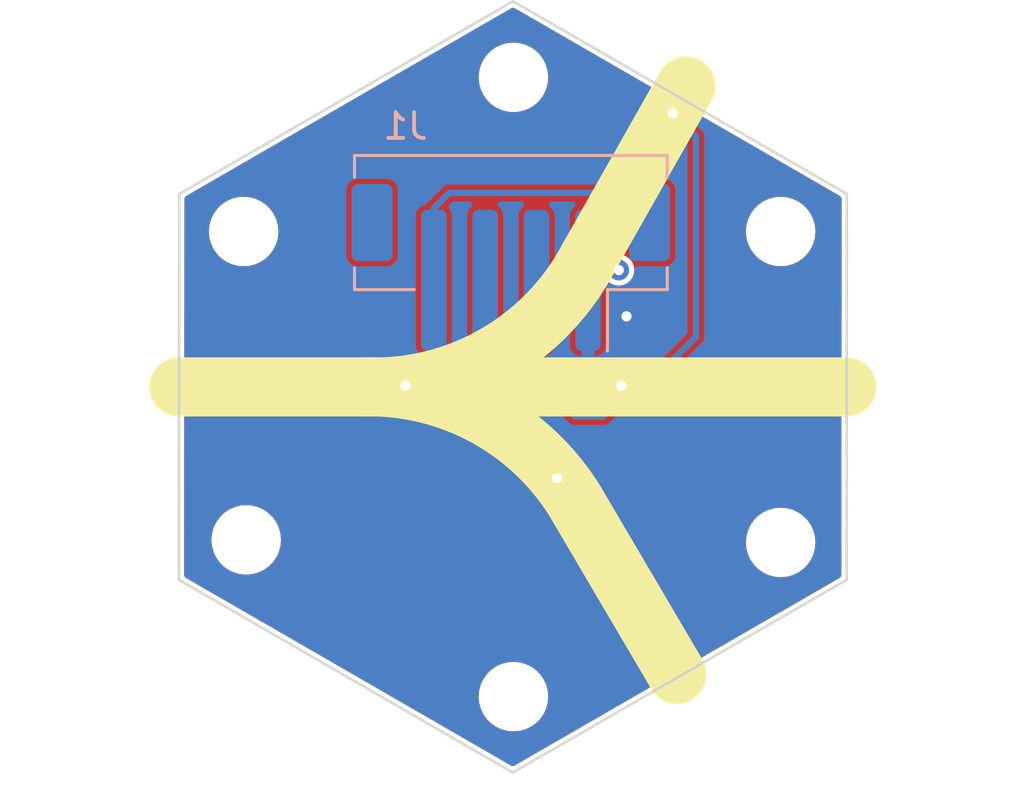
<source format=kicad_pcb>
(kicad_pcb (version 20211014) (generator pcbnew)
  (layers (0 "F.Cu" signal) (31 "B.Cu" signal) (34 "B.Paste" user) (35 "F.Paste" user) (36 "B.SilkS" user "B.Silkscreen") (37 "F.SilkS" user "F.Silkscreen") (38 "B.Mask" user) (39 "F.Mask" user) (44 "Edge.Cuts" user))
  (net 0 "")
  (net 1 "IO2")
  (net 2 "Net-(D1-Pad2)")
  (net 3 "GND")
  (net 4 "Net-(D2-Pad2)")
  (net 5 "Net-(D3-Pad2)")
  (net 6 "Net-(D4-Pad2)")
  (net 7 "IO1")
  (net 8 "+5V")
  (footprint "MountingHole:MountingHole_2.2mm_M2" (layer "F.Cu") (at 143.2 98)
    (fp_text reference "REF**" hide)
    (fp_text value "MountingHole_2.2mm_M2")
    (pad "" np_thru_hole circle (at 0 0) (size 2.2 2.2) (drill 2.2) (layers *.Cu *.Mask))
  )
  (footprint "MountingHole:MountingHole_2.2mm_M2" (layer "F.Cu") (at 132.7 79.9)
    (fp_text reference "REF**" hide)
    (fp_text value "MountingHole_2.2mm_M2")
    (pad "" np_thru_hole circle (at 0 0) (size 2.2 2.2) (drill 2.2) (layers *.Cu *.Mask))
  )
  (footprint "Resistor_SMD:R_0603_1608Metric_Pad0.98x0.95mm_HandSolder" (layer "F.Cu") (at 149.4125 85.9)
    (fp_text reference "R3" hide)
    (fp_text value "6k2")
    (fp_line (start -0.254724 -0.5225) (end 0.254724 -0.5225) (layer "F.SilkS") (width 0.12))
    (fp_line (start -0.254724 0.5225) (end 0.254724 0.5225) (layer "F.SilkS") (width 0.12))
    (pad "1" smd roundrect (at -0.9125 0) (size 0.975 0.95) (layers "F.Cu" "F.Paste" "F.Mask") (net 1 "IO2"))
    (pad "2" smd roundrect (at 0.9125 0) (size 0.975 0.95) (layers "F.Cu" "F.Paste" "F.Mask") (net 5 "Net-(D3-Pad2)"))
  )
  (footprint "Resistor_SMD:R_0603_1608Metric_Pad0.98x0.95mm_HandSolder" (layer "F.Cu") (at 146.4 80.4 60)
    (fp_text reference "R1" hide)
    (fp_text value "6k2")
    (fp_line (start -0.254724 0.5225) (end 0.254724 0.5225) (layer "F.SilkS") (width 0.12))
    (fp_line (start -0.254724 -0.5225) (end 0.254724 -0.5225) (layer "F.SilkS") (width 0.12))
    (pad "1" smd roundrect (at -0.9125 0 60) (size 0.975 0.95) (layers "F.Cu" "F.Paste" "F.Mask") (net 8 "+5V"))
    (pad "2" smd roundrect (at 0.9125 0 60) (size 0.975 0.95) (layers "F.Cu" "F.Paste" "F.Mask") (net 2 "Net-(D1-Pad2)"))
  )
  (footprint "MountingHole:MountingHole_2.2mm_M2" (layer "F.Cu") (at 153.6 79.9)
    (fp_text reference "REF**" hide)
    (fp_text value "MountingHole_2.2mm_M2")
    (pad "" np_thru_hole circle (at 0 0) (size 2.2 2.2) (drill 2.2) (layers *.Cu *.Mask))
  )
  (footprint "MountingHole:MountingHole_2.2mm_M2" (layer "F.Cu") (at 143.2 73.9)
    (fp_text reference "REF**" hide)
    (fp_text value "MountingHole_2.2mm_M2")
    (pad "" np_thru_hole circle (at 0 0) (size 2.2 2.2) (drill 2.2) (layers *.Cu *.Mask))
  )
  (footprint "Resistor_SMD:R_0603_1608Metric_Pad0.98x0.95mm_HandSolder" (layer "F.Cu") (at 146.09375 91.225073 -60)
    (fp_text reference "R2" hide)
    (fp_text value "6k2")
    (fp_line (start -0.254724 -0.5225) (end 0.254724 -0.5225) (layer "F.SilkS") (width 0.12))
    (fp_line (start -0.254724 0.5225) (end 0.254724 0.5225) (layer "F.SilkS") (width 0.12))
    (pad "1" smd roundrect (at -0.9125 0 300) (size 0.975 0.95) (layers "F.Cu" "F.Paste" "F.Mask") (net 7 "IO1"))
    (pad "2" smd roundrect (at 0.9125 0 300) (size 0.975 0.95) (layers "F.Cu" "F.Paste" "F.Mask") (net 4 "Net-(D2-Pad2)"))
  )
  (footprint "MountingHole:MountingHole_2.2mm_M2" (layer "F.Cu") (at 132.8 91.9)
    (fp_text reference "REF**" hide)
    (fp_text value "MountingHole_2.2mm_M2")
    (pad "" np_thru_hole circle (at 0 0) (size 2.2 2.2) (drill 2.2) (layers *.Cu *.Mask))
  )
  (footprint "LED_SMD:LED_0805_2012Metric_Pad1.15x1.40mm_HandSolder" (layer "F.Cu") (at 153.179497 85.947002 180)
    (fp_text reference "D3" hide)
    (fp_text value "LED")
    (fp_line (start -1.86 0.96) (end 1 0.96) (layer "F.SilkS") (width 0.12))
    (fp_line (start 1 -0.96) (end -1.86 -0.96) (layer "F.SilkS") (width 0.12))
    (fp_line (start -1.86 -0.96) (end -1.86 0.96) (layer "F.SilkS") (width 0.12))
    (pad "1" smd roundrect (at -1.025 0 180) (size 1.15 1.4) (layers "F.Cu" "F.Paste" "F.Mask") (roundrect_rratio 0.217391) (net 3 "GND"))
    (pad "2" smd roundrect (at 1.025 0 180) (size 1.15 1.4) (layers "F.Cu" "F.Paste" "F.Mask") (roundrect_rratio 0.217391) (net 5 "Net-(D3-Pad2)"))
  )
  (footprint "MountingHole:MountingHole_2.2mm_M2" (layer "F.Cu") (at 153.6 92)
    (fp_text reference "REF**" hide)
    (fp_text value "MountingHole_2.2mm_M2")
    (pad "" np_thru_hole circle (at 0 0) (size 2.2 2.2) (drill 2.2) (layers *.Cu *.Mask))
  )
  (footprint "LED_SMD:LED_0805_2012Metric_Pad1.15x1.40mm_HandSolder" (layer "F.Cu") (at 133.179497 85.947002)
    (fp_text reference "D4" hide)
    (fp_text value "LED")
    (fp_line (start -1.86 -0.96) (end -1.86 0.96) (layer "F.SilkS") (width 0.12))
    (fp_line (start 1 -0.96) (end -1.86 -0.96) (layer "F.SilkS") (width 0.12))
    (fp_line (start -1.86 0.96) (end 1 0.96) (layer "F.SilkS") (width 0.12))
    (pad "1" smd roundrect (at -1.025 0) (size 1.15 1.4) (layers "F.Cu" "F.Paste" "F.Mask") (roundrect_rratio 0.217391) (net 3 "GND"))
    (pad "2" smd roundrect (at 1.025 0) (size 1.15 1.4) (layers "F.Cu" "F.Paste" "F.Mask") (roundrect_rratio 0.217391) (net 6 "Net-(D4-Pad2)"))
  )
  (footprint "LED_SMD:LED_0805_2012Metric_Pad1.15x1.40mm_HandSolder" (layer "F.Cu") (at 148.2 77.3 -120)
    (fp_text reference "D1" hide)
    (fp_text value "LED")
    (fp_line (start 1 -0.96) (end -1.86 -0.96) (layer "F.SilkS") (width 0.12))
    (fp_line (start -1.86 -0.96) (end -1.86 0.96) (layer "F.SilkS") (width 0.12))
    (fp_line (start -1.86 0.96) (end 1 0.96) (layer "F.SilkS") (width 0.12))
    (pad "1" smd roundrect (at -1.025 0 240) (size 1.15 1.4) (layers "F.Cu" "F.Paste" "F.Mask") (roundrect_rratio 0.217391) (net 1 "IO2"))
    (pad "2" smd roundrect (at 1.025 0 240) (size 1.15 1.4) (layers "F.Cu" "F.Paste" "F.Mask") (roundrect_rratio 0.217391) (net 2 "Net-(D1-Pad2)"))
  )
  (footprint "LED_SMD:LED_0805_2012Metric_Pad1.15x1.40mm_HandSolder" (layer "F.Cu") (at 148.1 94.7 120)
    (fp_text reference "D2" hide)
    (fp_text value "LED")
    (fp_line (start -1.86 0.96) (end 1 0.96) (layer "F.SilkS") (width 0.12))
    (fp_line (start 1 -0.96) (end -1.86 -0.96) (layer "F.SilkS") (width 0.12))
    (fp_line (start -1.86 -0.96) (end -1.86 0.96) (layer "F.SilkS") (width 0.12))
    (pad "1" smd roundrect (at -1.025 0 120) (size 1.15 1.4) (layers "F.Cu" "F.Paste" "F.Mask") (roundrect_rratio 0.217391) (net 3 "GND"))
    (pad "2" smd roundrect (at 1.025 0 120) (size 1.15 1.4) (layers "F.Cu" "F.Paste" "F.Mask") (roundrect_rratio 0.217391) (net 4 "Net-(D2-Pad2)"))
  )
  (footprint "Resistor_SMD:R_0603_1608Metric_Pad0.98x0.95mm_HandSolder" (layer "F.Cu") (at 137 85.9 180)
    (fp_text reference "R4" hide)
    (fp_text value "6k2")
    (fp_line (start -0.254724 -0.5225) (end 0.254724 -0.5225) (layer "F.SilkS") (width 0.12))
    (fp_line (start -0.254724 0.5225) (end 0.254724 0.5225) (layer "F.SilkS") (width 0.12))
    (pad "1" smd roundrect (at -0.9125 0 180) (size 0.975 0.95) (layers "F.Cu" "F.Paste" "F.Mask") (net 8 "+5V"))
    (pad "2" smd roundrect (at 0.9125 0 180) (size 0.975 0.95) (layers "F.Cu" "F.Paste" "F.Mask") (net 6 "Net-(D4-Pad2)"))
  )
  (footprint "Connector_JST:JST_PH_B4B-PH-SM4-TB_1x04-1MP_P2.00mm_Vertical" (layer "B.Cu") (at 143.1 81.3 180)
    (fp_text reference "J1" (at 4.1 5.5) (layer "B.SilkS") (effects (justify mirror)))
    (fp_text value "Conn_01x04_Male")
    (fp_line (start 6.085 4.36) (end 6.085 3.51) (layer "B.SilkS") (width 0.12))
    (fp_line (start -6.085 3.51) (end -6.085 4.36) (layer "B.SilkS") (width 0.12))
    (fp_line (start -3.76 -0.86) (end -3.76 -3.25) (layer "B.SilkS") (width 0.12))
    (fp_line (start 6.085 -0.01) (end 6.085 -0.86) (layer "B.SilkS") (width 0.12))
    (fp_line (start -6.085 -0.86) (end -3.76 -0.86) (layer "B.SilkS") (width 0.12))
    (fp_line (start 6.085 -0.86) (end 3.76 -0.86) (layer "B.SilkS") (width 0.12))
    (fp_line (start -6.085 -0.01) (end -6.085 -0.86) (layer "B.SilkS") (width 0.12))
    (fp_line (start -6.085 4.36) (end 6.085 4.36) (layer "B.SilkS") (width 0.12))
    (pad "1" smd roundrect (at -3 -0.5 180) (size 1 5.5) (layers "B.Cu" "B.Paste" "B.Mask") (net 3 "GND"))
    (pad "2" smd roundrect (at -1 -0.5 180) (size 1 5.5) (layers "B.Cu" "B.Paste" "B.Mask") (net 1 "IO2"))
    (pad "3" smd roundrect (at 1 -0.5 180) (size 1 5.5) (layers "B.Cu" "B.Paste" "B.Mask") (net 7 "IO1"))
    (pad "4" smd roundrect (at 3 -0.5 180) (size 1 5.5) (layers "B.Cu" "B.Paste" "B.Mask") (net 8 "+5V"))
    (pad "MP" smd roundrect (at -5.4 1.75 180) (size 1.6 3) (layers "B.Cu" "B.Paste" "B.Mask") (roundrect_rratio 0.15625))
    (pad "MP" smd roundrect (at 5.4 1.75 180) (size 1.6 3) (layers "B.Cu" "B.Paste" "B.Mask") (roundrect_rratio 0.15625))
  )
  (gr_line (start 130.179497 85.947002) (end 156.179497 85.947002) (layer "F.SilkS") (width 2.3))
  (gr_arc (start 146.1 80.967734) (mid 142.758765 84.531397) (end 138.083339 85.947002) (layer "F.SilkS") (width 2.3))
  (gr_line (start 146.1 80.967734) (end 149.916982 74.226606) (layer "F.SilkS") (width 2.3))
  (gr_arc (start 137.279497 85.947002) (mid 142.036337 87.058765) (end 145.6 90.4) (layer "F.SilkS") (width 2.3))
  (gr_line (start 145.635252 90.461917) (end 149.564749 97.138084) (layer "F.SilkS") (width 2.3))
  (gr_line (start 130.184306 93.455332) (end 143.174688 100.955332) (layer "Edge.Cuts") (width 0.1))
  (gr_line (start 143.174688 100.955332) (end 156.165069 93.455332) (layer "Edge.Cuts") (width 0.1))
  (gr_line (start 156.165069 93.455332) (end 156.174688 78.438672) (layer "Edge.Cuts") (width 0.1))
  (gr_line (start 156.174688 78.438672) (end 143.184306 70.938672) (layer "Edge.Cuts") (width 0.1))
  (gr_line (start 130.193925 78.438672) (end 130.184306 93.455332) (layer "Edge.Cuts") (width 0.1))
  (gr_line (start 143.184306 70.938672) (end 130.193925 78.438672) (layer "Edge.Cuts") (width 0.1))
  (segment (start 149.4 75.3) (end 149.4 75.724824) (width 0.25) (layer "F.Cu") (net 1))
  (segment (start 149.4 75.724824) (end 148.7125 76.412324) (width 0.25) (layer "F.Cu") (net 1))
  (segment (start 147.4 85.9) (end 148.5 85.9) (width 0.25) (layer "F.Cu") (net 1))
  (via (at 149.4 75.3) (size 0.8) (drill 0.4) (layers "F.Cu" "B.Cu") (net 1))
  (via (at 147.4 85.9) (size 0.8) (drill 0.4) (layers "F.Cu" "B.Cu") (net 1))
  (segment (start 144.1 81.8) (end 144.1 85.6) (width 0.25) (layer "B.Cu") (net 1))
  (segment (start 147.4 86.4) (end 147.4 85.9) (width 0.25) (layer "B.Cu") (net 1))
  (segment (start 145.6 87.1) (end 146.7 87.1) (width 0.25) (layer "B.Cu") (net 1))
  (segment (start 144.1 85.6) (end 145.6 87.1) (width 0.25) (layer "B.Cu") (net 1))
  (segment (start 150.3 76.2) (end 149.4 75.3) (width 0.25) (layer "B.Cu") (net 1))
  (segment (start 146.7 87.1) (end 147.4 86.4) (width 0.25) (layer "B.Cu") (net 1))
  (segment (start 147.4 85.9) (end 148.4 85.9) (width 0.25) (layer "B.Cu") (net 1))
  (segment (start 148.4 85.9) (end 150.3 84) (width 0.25) (layer "B.Cu") (net 1))
  (segment (start 150.3 84) (end 150.3 76.2) (width 0.25) (layer "B.Cu") (net 1))
  (segment (start 147.6875 78.187676) (end 147.6875 78.778502) (width 0.25) (layer "F.Cu") (net 2))
  (segment (start 147.6875 78.778502) (end 146.85625 79.609752) (width 0.25) (layer "F.Cu") (net 2))
  (via (at 147.6 83.2) (size 0.8) (drill 0.4) (layers "F.Cu" "B.Cu") (net 3))
  (segment (start 147.5875 93.812324) (end 147.5875 93.052821) (width 0.25) (layer "F.Cu") (net 4))
  (segment (start 147.5875 93.052821) (end 146.55 92.015321) (width 0.25) (layer "F.Cu") (net 4))
  (segment (start 150.325 85.9) (end 152.107495 85.9) (width 0.25) (layer "F.Cu") (net 5))
  (segment (start 152.107495 85.9) (end 152.154497 85.947002) (width 0.25) (layer "F.Cu") (net 5))
  (segment (start 136.040498 85.947002) (end 136.0875 85.9) (width 0.25) (layer "F.Cu") (net 6))
  (segment (start 134.204497 85.947002) (end 136.040498 85.947002) (width 0.25) (layer "F.Cu") (net 6))
  (segment (start 145.6375 90.2375) (end 144.9 89.5) (width 0.25) (layer "F.Cu") (net 7))
  (segment (start 145.6375 90.434825) (end 145.6375 90.2375) (width 0.25) (layer "F.Cu") (net 7))
  (via (at 144.9 89.5) (size 0.8) (drill 0.4) (layers "F.Cu" "B.Cu") (net 7))
  (segment (start 142.1 85.8) (end 142.1 81.8) (width 0.25) (layer "B.Cu") (net 7))
  (segment (start 144.9 88.6) (end 142.1 85.8) (width 0.25) (layer "B.Cu") (net 7))
  (segment (start 144.9 89.5) (end 144.9 88.6) (width 0.25) (layer "B.Cu") (net 7))
  (segment (start 145.94375 81.190248) (end 147.090248 81.190248) (width 0.25) (layer "F.Cu") (net 8))
  (segment (start 139 85.9) (end 137.9125 85.9) (width 0.25) (layer "F.Cu") (net 8))
  (segment (start 147.090248 81.190248) (end 147.3 81.4) (width 0.25) (layer "F.Cu") (net 8))
  (via (at 139 85.9) (size 0.8) (drill 0.4) (layers "F.Cu" "B.Cu") (net 8))
  (via (at 147.3 81.4) (size 0.8) (drill 0.4) (layers "F.Cu" "B.Cu") (net 8))
  (segment (start 140.1 85.4) (end 139.6 85.9) (width 0.25) (layer "B.Cu") (net 8))
  (segment (start 147.3 79.437507) (end 146.262493 78.4) (width 0.25) (layer "B.Cu") (net 8))
  (segment (start 146.262493 78.4) (end 140.7 78.4) (width 0.25) (layer "B.Cu") (net 8))
  (segment (start 139.6 85.9) (end 139 85.9) (width 0.25) (layer "B.Cu") (net 8))
  (segment (start 147.3 81.4) (end 147.3 79.437507) (width 0.25) (layer "B.Cu") (net 8))
  (segment (start 140.1 79) (end 140.1 81.8) (width 0.25) (layer "B.Cu") (net 8))
  (segment (start 140.7 78.4) (end 140.1 79) (width 0.25) (layer "B.Cu") (net 8))
  (segment (start 140.1 81.8) (end 140.1 85.4) (width 0.25) (layer "B.Cu") (net 8))
  (zone (net 3) (net_name "GND") (layers F&B.Cu) (connect_pads (clearance 0.2)) (min_thickness 0.254) (fill yes (thermal_gap 0.2) (thermal_bridge_width 0.508))
    (polygon (pts (xy 156 78.5) (xy 156 93.4) (xy 143.2 100.8) (xy 130.3 93.4) (xy 130.3 78.5) (xy 143.2 71.1)))
  )
)
</source>
